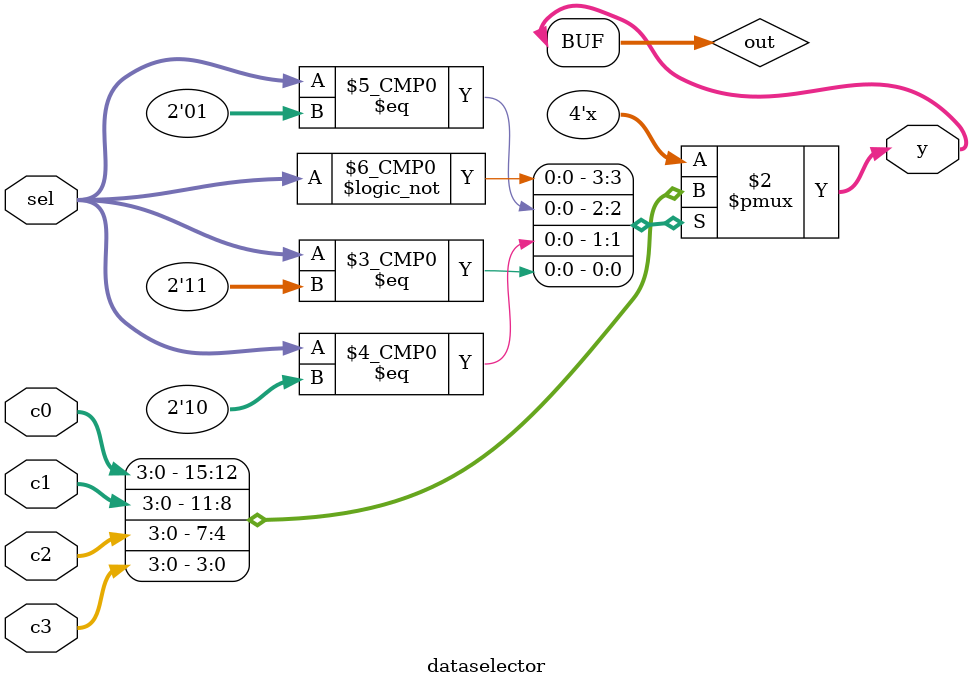
<source format=v>
module dataselector(sel,c0,c1,c2,c3,y);
input [1:0] sel;
input [3:0] c0,c1,c2,c3;
output [3:0] y;

reg [3:0] out;
always @(sel or c0 or c1 or c2 or c3) begin
    case (sel) 
    2'b00: out=c0;
    2'b01: out=c1;
    2'b10: out=c2;
    2'b11: out=c3; 
    endcase
end

assign y=out;

endmodule
</source>
